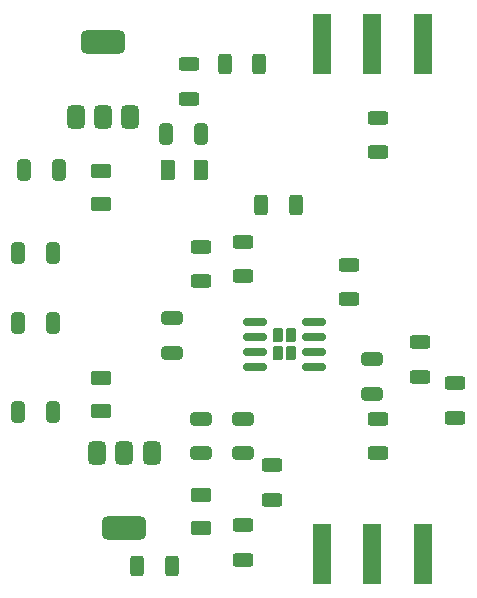
<source format=gtp>
%TF.GenerationSoftware,KiCad,Pcbnew,9.0.4-9.0.4-0~ubuntu24.04.1*%
%TF.CreationDate,2025-11-05T14:30:19-05:00*%
%TF.ProjectId,LFAmp-offset,4c46416d-702d-46f6-9666-7365742e6b69,rev?*%
%TF.SameCoordinates,Original*%
%TF.FileFunction,Paste,Top*%
%TF.FilePolarity,Positive*%
%FSLAX46Y46*%
G04 Gerber Fmt 4.6, Leading zero omitted, Abs format (unit mm)*
G04 Created by KiCad (PCBNEW 9.0.4-9.0.4-0~ubuntu24.04.1) date 2025-11-05 14:30:19*
%MOMM*%
%LPD*%
G01*
G04 APERTURE LIST*
G04 Aperture macros list*
%AMRoundRect*
0 Rectangle with rounded corners*
0 $1 Rounding radius*
0 $2 $3 $4 $5 $6 $7 $8 $9 X,Y pos of 4 corners*
0 Add a 4 corners polygon primitive as box body*
4,1,4,$2,$3,$4,$5,$6,$7,$8,$9,$2,$3,0*
0 Add four circle primitives for the rounded corners*
1,1,$1+$1,$2,$3*
1,1,$1+$1,$4,$5*
1,1,$1+$1,$6,$7*
1,1,$1+$1,$8,$9*
0 Add four rect primitives between the rounded corners*
20,1,$1+$1,$2,$3,$4,$5,0*
20,1,$1+$1,$4,$5,$6,$7,0*
20,1,$1+$1,$6,$7,$8,$9,0*
20,1,$1+$1,$8,$9,$2,$3,0*%
G04 Aperture macros list end*
%ADD10RoundRect,0.250000X-0.650000X0.325000X-0.650000X-0.325000X0.650000X-0.325000X0.650000X0.325000X0*%
%ADD11RoundRect,0.375000X0.375000X-0.625000X0.375000X0.625000X-0.375000X0.625000X-0.375000X-0.625000X0*%
%ADD12RoundRect,0.500000X1.400000X-0.500000X1.400000X0.500000X-1.400000X0.500000X-1.400000X-0.500000X0*%
%ADD13RoundRect,0.250000X-0.625000X0.312500X-0.625000X-0.312500X0.625000X-0.312500X0.625000X0.312500X0*%
%ADD14RoundRect,0.230000X0.230000X0.375000X-0.230000X0.375000X-0.230000X-0.375000X0.230000X-0.375000X0*%
%ADD15RoundRect,0.150000X0.825000X0.150000X-0.825000X0.150000X-0.825000X-0.150000X0.825000X-0.150000X0*%
%ADD16RoundRect,0.250000X-0.375000X-0.625000X0.375000X-0.625000X0.375000X0.625000X-0.375000X0.625000X0*%
%ADD17R,1.500000X5.080000*%
%ADD18RoundRect,0.250000X0.625000X-0.312500X0.625000X0.312500X-0.625000X0.312500X-0.625000X-0.312500X0*%
%ADD19RoundRect,0.250000X-0.312500X-0.625000X0.312500X-0.625000X0.312500X0.625000X-0.312500X0.625000X0*%
%ADD20RoundRect,0.250000X0.312500X0.625000X-0.312500X0.625000X-0.312500X-0.625000X0.312500X-0.625000X0*%
%ADD21RoundRect,0.250000X0.325000X0.650000X-0.325000X0.650000X-0.325000X-0.650000X0.325000X-0.650000X0*%
%ADD22RoundRect,0.250000X0.625000X-0.375000X0.625000X0.375000X-0.625000X0.375000X-0.625000X-0.375000X0*%
%ADD23RoundRect,0.250000X-0.625000X0.375000X-0.625000X-0.375000X0.625000X-0.375000X0.625000X0.375000X0*%
%ADD24RoundRect,0.250000X-0.325000X-0.650000X0.325000X-0.650000X0.325000X0.650000X-0.325000X0.650000X0*%
%ADD25RoundRect,0.375000X-0.375000X0.625000X-0.375000X-0.625000X0.375000X-0.625000X0.375000X0.625000X0*%
%ADD26RoundRect,0.500000X-1.400000X0.500000X-1.400000X-0.500000X1.400000X-0.500000X1.400000X0.500000X0*%
G04 APERTURE END LIST*
D10*
%TO.C,C9*%
X197000000Y-90025000D03*
X197000000Y-92975000D03*
%TD*%
D11*
%TO.C,U3*%
X171900000Y-69500000D03*
X174200000Y-69500000D03*
D12*
X174200000Y-63200000D03*
D11*
X176500000Y-69500000D03*
%TD*%
D13*
%TO.C,R7*%
X195000000Y-82037500D03*
X195000000Y-84962500D03*
%TD*%
D14*
%TO.C,U1*%
X190140000Y-89500000D03*
X190140000Y-88000000D03*
X189000000Y-89500000D03*
X189000000Y-88000000D03*
D15*
X192045000Y-90655000D03*
X192045000Y-89385000D03*
X192045000Y-88115000D03*
X192045000Y-86845000D03*
X187095000Y-86845000D03*
X187095000Y-88115000D03*
X187095000Y-89385000D03*
X187095000Y-90655000D03*
%TD*%
D16*
%TO.C,D4*%
X179700000Y-74000000D03*
X182500000Y-74000000D03*
%TD*%
D17*
%TO.C,J3*%
X197000000Y-106500000D03*
X201250000Y-106500000D03*
X192750000Y-106500000D03*
%TD*%
D18*
%TO.C,R10*%
X182500000Y-83425000D03*
X182500000Y-80500000D03*
%TD*%
D13*
%TO.C,R11*%
X197500000Y-95075000D03*
X197500000Y-98000000D03*
%TD*%
D10*
%TO.C,C10*%
X180000000Y-86525000D03*
X180000000Y-89475000D03*
%TD*%
D19*
%TO.C,R13*%
X187575000Y-77000000D03*
X190500000Y-77000000D03*
%TD*%
D13*
%TO.C,R1*%
X181500000Y-65075000D03*
X181500000Y-68000000D03*
%TD*%
%TO.C,R8*%
X204000000Y-92075000D03*
X204000000Y-95000000D03*
%TD*%
D20*
%TO.C,R2*%
X187425000Y-65000000D03*
X184500000Y-65000000D03*
%TD*%
D18*
%TO.C,R9*%
X201000000Y-91500000D03*
X201000000Y-88575000D03*
%TD*%
D19*
%TO.C,R12*%
X177075000Y-107500000D03*
X180000000Y-107500000D03*
%TD*%
D10*
%TO.C,C6*%
X182500000Y-95050000D03*
X182500000Y-98000000D03*
%TD*%
D13*
%TO.C,R5*%
X197500000Y-69575000D03*
X197500000Y-72500000D03*
%TD*%
D18*
%TO.C,R4*%
X188500000Y-101925000D03*
X188500000Y-99000000D03*
%TD*%
D13*
%TO.C,R6*%
X186000000Y-80075000D03*
X186000000Y-83000000D03*
%TD*%
D21*
%TO.C,C3*%
X169950000Y-94500000D03*
X167000000Y-94500000D03*
%TD*%
D17*
%TO.C,J2*%
X197000000Y-63362500D03*
X192750000Y-63362500D03*
X201250000Y-63362500D03*
%TD*%
D22*
%TO.C,D1*%
X174000000Y-94400000D03*
X174000000Y-91600000D03*
%TD*%
D18*
%TO.C,R3*%
X186000000Y-107000000D03*
X186000000Y-104075000D03*
%TD*%
D21*
%TO.C,C4*%
X170475000Y-74000000D03*
X167525000Y-74000000D03*
%TD*%
D23*
%TO.C,D3*%
X182500000Y-101500000D03*
X182500000Y-104300000D03*
%TD*%
D24*
%TO.C,C5*%
X179525000Y-71000000D03*
X182475000Y-71000000D03*
%TD*%
D10*
%TO.C,C7*%
X186000000Y-95050000D03*
X186000000Y-98000000D03*
%TD*%
D22*
%TO.C,D2*%
X174000000Y-76900000D03*
X174000000Y-74100000D03*
%TD*%
D25*
%TO.C,U2*%
X178300000Y-98000000D03*
X176000000Y-98000000D03*
D26*
X176000000Y-104300000D03*
D25*
X173700000Y-98000000D03*
%TD*%
D21*
%TO.C,C2*%
X169950000Y-81000000D03*
X167000000Y-81000000D03*
%TD*%
%TO.C,C1*%
X169950000Y-87000000D03*
X167000000Y-87000000D03*
%TD*%
M02*

</source>
